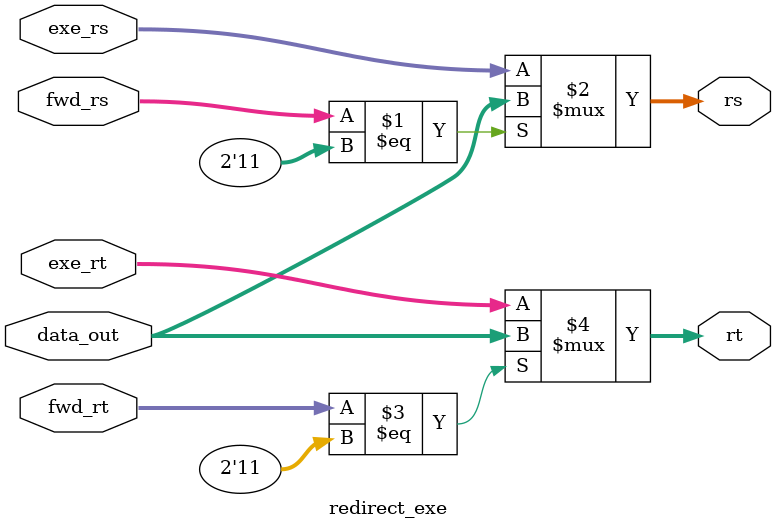
<source format=v>
`timescale 1ns / 1ps

module redirect_exe(
    input   [31:0]  data_out        ,
    input   [31:0]  exe_rs, exe_rt  ,
    input   [ 1:0]  fwd_rs, fwd_rt  ,

    output  [31:0]  rs, rt
);

    assign rs = (fwd_rs == 2'b11) ? data_out : exe_rs;
    assign rt = (fwd_rt == 2'b11) ? data_out : exe_rt;

endmodule

</source>
